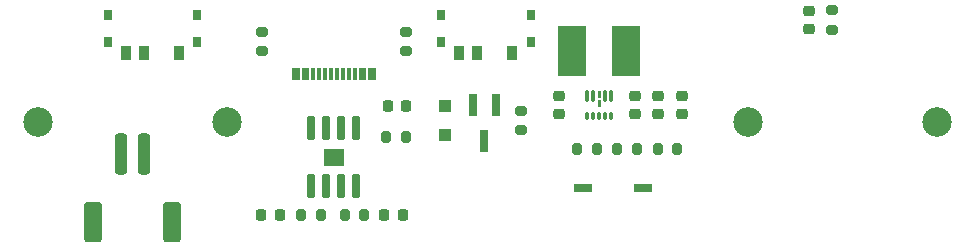
<source format=gbr>
%TF.GenerationSoftware,KiCad,Pcbnew,(6.0.11-0)*%
%TF.CreationDate,2024-11-14T16:08:27+08:00*%
%TF.ProjectId,Li-Po_charger,4c692d50-6f5f-4636-9861-726765722e6b,V1.0*%
%TF.SameCoordinates,Original*%
%TF.FileFunction,Paste,Top*%
%TF.FilePolarity,Positive*%
%FSLAX46Y46*%
G04 Gerber Fmt 4.6, Leading zero omitted, Abs format (unit mm)*
G04 Created by KiCad (PCBNEW (6.0.11-0)) date 2024-11-14 16:08:27*
%MOMM*%
%LPD*%
G01*
G04 APERTURE LIST*
G04 Aperture macros list*
%AMRoundRect*
0 Rectangle with rounded corners*
0 $1 Rounding radius*
0 $2 $3 $4 $5 $6 $7 $8 $9 X,Y pos of 4 corners*
0 Add a 4 corners polygon primitive as box body*
4,1,4,$2,$3,$4,$5,$6,$7,$8,$9,$2,$3,0*
0 Add four circle primitives for the rounded corners*
1,1,$1+$1,$2,$3*
1,1,$1+$1,$4,$5*
1,1,$1+$1,$6,$7*
1,1,$1+$1,$8,$9*
0 Add four rect primitives between the rounded corners*
20,1,$1+$1,$2,$3,$4,$5,0*
20,1,$1+$1,$4,$5,$6,$7,0*
20,1,$1+$1,$6,$7,$8,$9,0*
20,1,$1+$1,$8,$9,$2,$3,0*%
G04 Aperture macros list end*
%ADD10C,0.010000*%
%ADD11RoundRect,0.200000X-0.200000X-0.275000X0.200000X-0.275000X0.200000X0.275000X-0.200000X0.275000X0*%
%ADD12RoundRect,0.218750X-0.256250X0.218750X-0.256250X-0.218750X0.256250X-0.218750X0.256250X0.218750X0*%
%ADD13RoundRect,0.200000X0.200000X0.275000X-0.200000X0.275000X-0.200000X-0.275000X0.200000X-0.275000X0*%
%ADD14RoundRect,0.225000X-0.250000X0.225000X-0.250000X-0.225000X0.250000X-0.225000X0.250000X0.225000X0*%
%ADD15RoundRect,0.012500X0.112500X-0.287500X0.112500X0.287500X-0.112500X0.287500X-0.112500X-0.287500X0*%
%ADD16RoundRect,0.012500X0.112500X-0.437500X0.112500X0.437500X-0.112500X0.437500X-0.112500X-0.437500X0*%
%ADD17RoundRect,0.042000X-0.258000X0.943000X-0.258000X-0.943000X0.258000X-0.943000X0.258000X0.943000X0*%
%ADD18RoundRect,0.200000X-0.275000X0.200000X-0.275000X-0.200000X0.275000X-0.200000X0.275000X0.200000X0*%
%ADD19RoundRect,0.218750X0.218750X0.256250X-0.218750X0.256250X-0.218750X-0.256250X0.218750X-0.256250X0*%
%ADD20RoundRect,0.200000X0.275000X-0.200000X0.275000X0.200000X-0.275000X0.200000X-0.275000X-0.200000X0*%
%ADD21RoundRect,0.218750X-0.218750X-0.256250X0.218750X-0.256250X0.218750X0.256250X-0.218750X0.256250X0*%
%ADD22R,1.600000X0.760000*%
%ADD23R,0.800000X0.930000*%
%ADD24R,0.900000X1.250000*%
%ADD25R,1.000000X1.000000*%
%ADD26RoundRect,0.250000X-0.250000X-1.500000X0.250000X-1.500000X0.250000X1.500000X-0.250000X1.500000X0*%
%ADD27RoundRect,0.250001X-0.499999X-1.449999X0.499999X-1.449999X0.499999X1.449999X-0.499999X1.449999X0*%
%ADD28R,0.800000X1.900000*%
%ADD29R,2.400000X4.200000*%
%ADD30R,0.300000X1.140000*%
%ADD31RoundRect,0.225000X-0.225000X-0.250000X0.225000X-0.250000X0.225000X0.250000X-0.225000X0.250000X0*%
%ADD32C,2.500000*%
G04 APERTURE END LIST*
%TO.C,U2*%
G36*
X126583000Y-71151000D02*
G01*
X126585000Y-71151000D01*
X126588000Y-71152000D01*
X126590000Y-71152000D01*
X126593000Y-71153000D01*
X126595000Y-71154000D01*
X126598000Y-71155000D01*
X126600000Y-71157000D01*
X126602000Y-71158000D01*
X126604000Y-71160000D01*
X126606000Y-71161000D01*
X126614000Y-71169000D01*
X126615000Y-71171000D01*
X126617000Y-71173000D01*
X126618000Y-71175000D01*
X126620000Y-71177000D01*
X126621000Y-71180000D01*
X126622000Y-71182000D01*
X126623000Y-71185000D01*
X126623000Y-71187000D01*
X126624000Y-71190000D01*
X126624000Y-71192000D01*
X126625000Y-71195000D01*
X126625000Y-71655000D01*
X126624000Y-71658000D01*
X126624000Y-71660000D01*
X126623000Y-71663000D01*
X126623000Y-71665000D01*
X126622000Y-71668000D01*
X126621000Y-71670000D01*
X126620000Y-71673000D01*
X126618000Y-71675000D01*
X126617000Y-71677000D01*
X126615000Y-71679000D01*
X126614000Y-71681000D01*
X126606000Y-71689000D01*
X126604000Y-71690000D01*
X126602000Y-71692000D01*
X126600000Y-71693000D01*
X126598000Y-71695000D01*
X126595000Y-71696000D01*
X126593000Y-71697000D01*
X126590000Y-71698000D01*
X126588000Y-71698000D01*
X126585000Y-71699000D01*
X126583000Y-71699000D01*
X126580000Y-71700000D01*
X126420000Y-71700000D01*
X126417000Y-71699000D01*
X126415000Y-71699000D01*
X126412000Y-71698000D01*
X126410000Y-71698000D01*
X126407000Y-71697000D01*
X126405000Y-71696000D01*
X126402000Y-71695000D01*
X126400000Y-71693000D01*
X126398000Y-71692000D01*
X126396000Y-71690000D01*
X126394000Y-71689000D01*
X126386000Y-71681000D01*
X126385000Y-71679000D01*
X126383000Y-71677000D01*
X126382000Y-71675000D01*
X126380000Y-71673000D01*
X126379000Y-71670000D01*
X126378000Y-71668000D01*
X126377000Y-71665000D01*
X126377000Y-71663000D01*
X126376000Y-71660000D01*
X126376000Y-71658000D01*
X126375000Y-71655000D01*
X126375000Y-71195000D01*
X126376000Y-71192000D01*
X126376000Y-71190000D01*
X126377000Y-71187000D01*
X126377000Y-71185000D01*
X126378000Y-71182000D01*
X126379000Y-71180000D01*
X126380000Y-71177000D01*
X126382000Y-71175000D01*
X126383000Y-71173000D01*
X126385000Y-71171000D01*
X126386000Y-71169000D01*
X126394000Y-71161000D01*
X126396000Y-71160000D01*
X126398000Y-71158000D01*
X126400000Y-71157000D01*
X126402000Y-71155000D01*
X126405000Y-71154000D01*
X126407000Y-71153000D01*
X126410000Y-71152000D01*
X126412000Y-71152000D01*
X126415000Y-71151000D01*
X126417000Y-71151000D01*
X126420000Y-71150000D01*
X126580000Y-71150000D01*
X126583000Y-71151000D01*
G37*
D10*
X126583000Y-71151000D02*
X126585000Y-71151000D01*
X126588000Y-71152000D01*
X126590000Y-71152000D01*
X126593000Y-71153000D01*
X126595000Y-71154000D01*
X126598000Y-71155000D01*
X126600000Y-71157000D01*
X126602000Y-71158000D01*
X126604000Y-71160000D01*
X126606000Y-71161000D01*
X126614000Y-71169000D01*
X126615000Y-71171000D01*
X126617000Y-71173000D01*
X126618000Y-71175000D01*
X126620000Y-71177000D01*
X126621000Y-71180000D01*
X126622000Y-71182000D01*
X126623000Y-71185000D01*
X126623000Y-71187000D01*
X126624000Y-71190000D01*
X126624000Y-71192000D01*
X126625000Y-71195000D01*
X126625000Y-71655000D01*
X126624000Y-71658000D01*
X126624000Y-71660000D01*
X126623000Y-71663000D01*
X126623000Y-71665000D01*
X126622000Y-71668000D01*
X126621000Y-71670000D01*
X126620000Y-71673000D01*
X126618000Y-71675000D01*
X126617000Y-71677000D01*
X126615000Y-71679000D01*
X126614000Y-71681000D01*
X126606000Y-71689000D01*
X126604000Y-71690000D01*
X126602000Y-71692000D01*
X126600000Y-71693000D01*
X126598000Y-71695000D01*
X126595000Y-71696000D01*
X126593000Y-71697000D01*
X126590000Y-71698000D01*
X126588000Y-71698000D01*
X126585000Y-71699000D01*
X126583000Y-71699000D01*
X126580000Y-71700000D01*
X126420000Y-71700000D01*
X126417000Y-71699000D01*
X126415000Y-71699000D01*
X126412000Y-71698000D01*
X126410000Y-71698000D01*
X126407000Y-71697000D01*
X126405000Y-71696000D01*
X126402000Y-71695000D01*
X126400000Y-71693000D01*
X126398000Y-71692000D01*
X126396000Y-71690000D01*
X126394000Y-71689000D01*
X126386000Y-71681000D01*
X126385000Y-71679000D01*
X126383000Y-71677000D01*
X126382000Y-71675000D01*
X126380000Y-71673000D01*
X126379000Y-71670000D01*
X126378000Y-71668000D01*
X126377000Y-71665000D01*
X126377000Y-71663000D01*
X126376000Y-71660000D01*
X126376000Y-71658000D01*
X126375000Y-71655000D01*
X126375000Y-71195000D01*
X126376000Y-71192000D01*
X126376000Y-71190000D01*
X126377000Y-71187000D01*
X126377000Y-71185000D01*
X126378000Y-71182000D01*
X126379000Y-71180000D01*
X126380000Y-71177000D01*
X126382000Y-71175000D01*
X126383000Y-71173000D01*
X126385000Y-71171000D01*
X126386000Y-71169000D01*
X126394000Y-71161000D01*
X126396000Y-71160000D01*
X126398000Y-71158000D01*
X126400000Y-71157000D01*
X126402000Y-71155000D01*
X126405000Y-71154000D01*
X126407000Y-71153000D01*
X126410000Y-71152000D01*
X126412000Y-71152000D01*
X126415000Y-71151000D01*
X126417000Y-71151000D01*
X126420000Y-71150000D01*
X126580000Y-71150000D01*
X126583000Y-71151000D01*
G36*
X126583000Y-70401000D02*
G01*
X126585000Y-70401000D01*
X126588000Y-70402000D01*
X126590000Y-70402000D01*
X126593000Y-70403000D01*
X126595000Y-70404000D01*
X126598000Y-70405000D01*
X126600000Y-70407000D01*
X126602000Y-70408000D01*
X126604000Y-70410000D01*
X126606000Y-70411000D01*
X126614000Y-70419000D01*
X126615000Y-70421000D01*
X126617000Y-70423000D01*
X126618000Y-70425000D01*
X126620000Y-70427000D01*
X126621000Y-70430000D01*
X126622000Y-70432000D01*
X126623000Y-70435000D01*
X126623000Y-70437000D01*
X126624000Y-70440000D01*
X126624000Y-70442000D01*
X126625000Y-70445000D01*
X126625000Y-70905000D01*
X126624000Y-70908000D01*
X126624000Y-70910000D01*
X126623000Y-70913000D01*
X126623000Y-70915000D01*
X126622000Y-70918000D01*
X126621000Y-70920000D01*
X126620000Y-70923000D01*
X126618000Y-70925000D01*
X126617000Y-70927000D01*
X126615000Y-70929000D01*
X126614000Y-70931000D01*
X126606000Y-70939000D01*
X126604000Y-70940000D01*
X126602000Y-70942000D01*
X126600000Y-70943000D01*
X126598000Y-70945000D01*
X126595000Y-70946000D01*
X126593000Y-70947000D01*
X126590000Y-70948000D01*
X126588000Y-70948000D01*
X126585000Y-70949000D01*
X126583000Y-70949000D01*
X126580000Y-70950000D01*
X126420000Y-70950000D01*
X126417000Y-70949000D01*
X126415000Y-70949000D01*
X126412000Y-70948000D01*
X126410000Y-70948000D01*
X126407000Y-70947000D01*
X126405000Y-70946000D01*
X126402000Y-70945000D01*
X126400000Y-70943000D01*
X126398000Y-70942000D01*
X126396000Y-70940000D01*
X126394000Y-70939000D01*
X126386000Y-70931000D01*
X126385000Y-70929000D01*
X126383000Y-70927000D01*
X126382000Y-70925000D01*
X126380000Y-70923000D01*
X126379000Y-70920000D01*
X126378000Y-70918000D01*
X126377000Y-70915000D01*
X126377000Y-70913000D01*
X126376000Y-70910000D01*
X126376000Y-70908000D01*
X126375000Y-70905000D01*
X126375000Y-70445000D01*
X126376000Y-70442000D01*
X126376000Y-70440000D01*
X126377000Y-70437000D01*
X126377000Y-70435000D01*
X126378000Y-70432000D01*
X126379000Y-70430000D01*
X126380000Y-70427000D01*
X126382000Y-70425000D01*
X126383000Y-70423000D01*
X126385000Y-70421000D01*
X126386000Y-70419000D01*
X126394000Y-70411000D01*
X126396000Y-70410000D01*
X126398000Y-70408000D01*
X126400000Y-70407000D01*
X126402000Y-70405000D01*
X126405000Y-70404000D01*
X126407000Y-70403000D01*
X126410000Y-70402000D01*
X126412000Y-70402000D01*
X126415000Y-70401000D01*
X126417000Y-70401000D01*
X126420000Y-70400000D01*
X126580000Y-70400000D01*
X126583000Y-70401000D01*
G37*
X126583000Y-70401000D02*
X126585000Y-70401000D01*
X126588000Y-70402000D01*
X126590000Y-70402000D01*
X126593000Y-70403000D01*
X126595000Y-70404000D01*
X126598000Y-70405000D01*
X126600000Y-70407000D01*
X126602000Y-70408000D01*
X126604000Y-70410000D01*
X126606000Y-70411000D01*
X126614000Y-70419000D01*
X126615000Y-70421000D01*
X126617000Y-70423000D01*
X126618000Y-70425000D01*
X126620000Y-70427000D01*
X126621000Y-70430000D01*
X126622000Y-70432000D01*
X126623000Y-70435000D01*
X126623000Y-70437000D01*
X126624000Y-70440000D01*
X126624000Y-70442000D01*
X126625000Y-70445000D01*
X126625000Y-70905000D01*
X126624000Y-70908000D01*
X126624000Y-70910000D01*
X126623000Y-70913000D01*
X126623000Y-70915000D01*
X126622000Y-70918000D01*
X126621000Y-70920000D01*
X126620000Y-70923000D01*
X126618000Y-70925000D01*
X126617000Y-70927000D01*
X126615000Y-70929000D01*
X126614000Y-70931000D01*
X126606000Y-70939000D01*
X126604000Y-70940000D01*
X126602000Y-70942000D01*
X126600000Y-70943000D01*
X126598000Y-70945000D01*
X126595000Y-70946000D01*
X126593000Y-70947000D01*
X126590000Y-70948000D01*
X126588000Y-70948000D01*
X126585000Y-70949000D01*
X126583000Y-70949000D01*
X126580000Y-70950000D01*
X126420000Y-70950000D01*
X126417000Y-70949000D01*
X126415000Y-70949000D01*
X126412000Y-70948000D01*
X126410000Y-70948000D01*
X126407000Y-70947000D01*
X126405000Y-70946000D01*
X126402000Y-70945000D01*
X126400000Y-70943000D01*
X126398000Y-70942000D01*
X126396000Y-70940000D01*
X126394000Y-70939000D01*
X126386000Y-70931000D01*
X126385000Y-70929000D01*
X126383000Y-70927000D01*
X126382000Y-70925000D01*
X126380000Y-70923000D01*
X126379000Y-70920000D01*
X126378000Y-70918000D01*
X126377000Y-70915000D01*
X126377000Y-70913000D01*
X126376000Y-70910000D01*
X126376000Y-70908000D01*
X126375000Y-70905000D01*
X126375000Y-70445000D01*
X126376000Y-70442000D01*
X126376000Y-70440000D01*
X126377000Y-70437000D01*
X126377000Y-70435000D01*
X126378000Y-70432000D01*
X126379000Y-70430000D01*
X126380000Y-70427000D01*
X126382000Y-70425000D01*
X126383000Y-70423000D01*
X126385000Y-70421000D01*
X126386000Y-70419000D01*
X126394000Y-70411000D01*
X126396000Y-70410000D01*
X126398000Y-70408000D01*
X126400000Y-70407000D01*
X126402000Y-70405000D01*
X126405000Y-70404000D01*
X126407000Y-70403000D01*
X126410000Y-70402000D01*
X126412000Y-70402000D01*
X126415000Y-70401000D01*
X126417000Y-70401000D01*
X126420000Y-70400000D01*
X126580000Y-70400000D01*
X126583000Y-70401000D01*
%TO.C,U1*%
G36*
X104820000Y-76645000D02*
G01*
X103180000Y-76645000D01*
X103180000Y-75355000D01*
X104820000Y-75355000D01*
X104820000Y-76645000D01*
G37*
X104820000Y-76645000D02*
X103180000Y-76645000D01*
X103180000Y-75355000D01*
X104820000Y-75355000D01*
X104820000Y-76645000D01*
%TD*%
D11*
%TO.C,R3*%
X128050000Y-75300000D03*
X129700000Y-75300000D03*
%TD*%
D12*
%TO.C,D4*%
X144300000Y-63612500D03*
X144300000Y-65187500D03*
%TD*%
D13*
%TO.C,R6*%
X126325000Y-75300000D03*
X124675000Y-75300000D03*
%TD*%
D14*
%TO.C,C4*%
X133500000Y-70825000D03*
X133500000Y-72375000D03*
%TD*%
D15*
%TO.C,U2*%
X125500000Y-72500000D03*
X126000000Y-72500000D03*
X126500000Y-72500000D03*
X127000000Y-72500000D03*
X127500000Y-72500000D03*
D16*
X127500000Y-70850000D03*
X127000000Y-70850000D03*
X126000000Y-70850000D03*
X125500000Y-70850000D03*
%TD*%
D17*
%TO.C,U1*%
X105905000Y-73525000D03*
X104635000Y-73525000D03*
X103365000Y-73525000D03*
X102095000Y-73525000D03*
X102095000Y-78475000D03*
X103365000Y-78475000D03*
X104635000Y-78475000D03*
X105905000Y-78475000D03*
%TD*%
D14*
%TO.C,C5*%
X123130000Y-70825000D03*
X123130000Y-72375000D03*
%TD*%
D18*
%TO.C,R10*%
X146200000Y-63575000D03*
X146200000Y-65225000D03*
%TD*%
D19*
%TO.C,D2*%
X99487500Y-80900000D03*
X97912500Y-80900000D03*
%TD*%
D14*
%TO.C,C2*%
X129550000Y-70825000D03*
X129550000Y-72375000D03*
%TD*%
D20*
%TO.C,R8*%
X98000000Y-67025000D03*
X98000000Y-65375000D03*
%TD*%
D21*
%TO.C,D1*%
X108312500Y-80900000D03*
X109887500Y-80900000D03*
%TD*%
D22*
%TO.C,SW3*%
X125160000Y-78600000D03*
X130240000Y-78600000D03*
%TD*%
D23*
%TO.C,SW1*%
X120700000Y-63965000D03*
X120700000Y-66235000D03*
X113100000Y-66235000D03*
X113100000Y-63965000D03*
D24*
X119150000Y-67175000D03*
X116150000Y-67175000D03*
X114650000Y-67175000D03*
%TD*%
D13*
%TO.C,R5*%
X110125000Y-74300000D03*
X108475000Y-74300000D03*
%TD*%
D18*
%TO.C,R7*%
X119900000Y-72075000D03*
X119900000Y-73725000D03*
%TD*%
D13*
%TO.C,R1*%
X106625000Y-80900000D03*
X104975000Y-80900000D03*
%TD*%
D23*
%TO.C,SW2*%
X92500000Y-66280000D03*
X84900000Y-64010000D03*
X92500000Y-64010000D03*
X84900000Y-66280000D03*
D24*
X90950000Y-67220000D03*
X87950000Y-67220000D03*
X86450000Y-67220000D03*
%TD*%
D14*
%TO.C,C3*%
X131500000Y-70825000D03*
X131500000Y-72375000D03*
%TD*%
D25*
%TO.C,D3*%
X113500000Y-71650000D03*
X113500000Y-74150000D03*
%TD*%
D26*
%TO.C,J4*%
X86000000Y-75750000D03*
X88000000Y-75750000D03*
D27*
X83650000Y-81500000D03*
X90350000Y-81500000D03*
%TD*%
D28*
%TO.C,Q1*%
X117750000Y-71600000D03*
X115850000Y-71600000D03*
X116800000Y-74600000D03*
%TD*%
D29*
%TO.C,L1*%
X124250000Y-67000000D03*
X128750000Y-67000000D03*
%TD*%
D20*
%TO.C,R9*%
X110200000Y-67025000D03*
X110200000Y-65375000D03*
%TD*%
D30*
%TO.C,J1*%
X107412500Y-68990000D03*
X106612500Y-68990000D03*
X105312500Y-68990000D03*
X104312500Y-68990000D03*
X103812500Y-68990000D03*
X102812500Y-68990000D03*
X101512500Y-68990000D03*
X100712500Y-68990000D03*
X101012500Y-68990000D03*
X101812500Y-68990000D03*
X102312500Y-68990000D03*
X103312500Y-68990000D03*
X104812500Y-68990000D03*
X105812500Y-68990000D03*
X106312500Y-68990000D03*
X107112500Y-68990000D03*
%TD*%
D11*
%TO.C,R2*%
X101275000Y-80900000D03*
X102925000Y-80900000D03*
%TD*%
%TO.C,R4*%
X131475000Y-75300000D03*
X133125000Y-75300000D03*
%TD*%
D31*
%TO.C,C1*%
X108625000Y-71700000D03*
X110175000Y-71700000D03*
%TD*%
D32*
%TO.C,J2*%
X95000000Y-73000000D03*
X79000000Y-73000000D03*
%TD*%
%TO.C,J5*%
X155125000Y-73000000D03*
X139125000Y-73000000D03*
%TD*%
M02*

</source>
